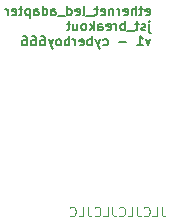
<source format=gbr>
%TF.GenerationSoftware,KiCad,Pcbnew,7.0.9*%
%TF.CreationDate,2024-01-22T18:22:55+13:00*%
%TF.ProjectId,jst_breakout,6a73745f-6272-4656-916b-6f75742e6b69,rev?*%
%TF.SameCoordinates,Original*%
%TF.FileFunction,Legend,Bot*%
%TF.FilePolarity,Positive*%
%FSLAX46Y46*%
G04 Gerber Fmt 4.6, Leading zero omitted, Abs format (unit mm)*
G04 Created by KiCad (PCBNEW 7.0.9) date 2024-01-22 18:22:55*
%MOMM*%
%LPD*%
G01*
G04 APERTURE LIST*
%ADD10C,0.150000*%
%ADD11C,0.040000*%
G04 APERTURE END LIST*
D10*
X82906077Y-38280200D02*
X82982268Y-38318295D01*
X82982268Y-38318295D02*
X83134649Y-38318295D01*
X83134649Y-38318295D02*
X83210839Y-38280200D01*
X83210839Y-38280200D02*
X83248935Y-38204009D01*
X83248935Y-38204009D02*
X83248935Y-37899247D01*
X83248935Y-37899247D02*
X83210839Y-37823057D01*
X83210839Y-37823057D02*
X83134649Y-37784961D01*
X83134649Y-37784961D02*
X82982268Y-37784961D01*
X82982268Y-37784961D02*
X82906077Y-37823057D01*
X82906077Y-37823057D02*
X82867982Y-37899247D01*
X82867982Y-37899247D02*
X82867982Y-37975438D01*
X82867982Y-37975438D02*
X83248935Y-38051628D01*
X82639411Y-37784961D02*
X82334649Y-37784961D01*
X82525125Y-37518295D02*
X82525125Y-38204009D01*
X82525125Y-38204009D02*
X82487030Y-38280200D01*
X82487030Y-38280200D02*
X82410840Y-38318295D01*
X82410840Y-38318295D02*
X82334649Y-38318295D01*
X82067982Y-38318295D02*
X82067982Y-37518295D01*
X81725125Y-38318295D02*
X81725125Y-37899247D01*
X81725125Y-37899247D02*
X81763220Y-37823057D01*
X81763220Y-37823057D02*
X81839411Y-37784961D01*
X81839411Y-37784961D02*
X81953697Y-37784961D01*
X81953697Y-37784961D02*
X82029887Y-37823057D01*
X82029887Y-37823057D02*
X82067982Y-37861152D01*
X81039410Y-38280200D02*
X81115601Y-38318295D01*
X81115601Y-38318295D02*
X81267982Y-38318295D01*
X81267982Y-38318295D02*
X81344172Y-38280200D01*
X81344172Y-38280200D02*
X81382268Y-38204009D01*
X81382268Y-38204009D02*
X81382268Y-37899247D01*
X81382268Y-37899247D02*
X81344172Y-37823057D01*
X81344172Y-37823057D02*
X81267982Y-37784961D01*
X81267982Y-37784961D02*
X81115601Y-37784961D01*
X81115601Y-37784961D02*
X81039410Y-37823057D01*
X81039410Y-37823057D02*
X81001315Y-37899247D01*
X81001315Y-37899247D02*
X81001315Y-37975438D01*
X81001315Y-37975438D02*
X81382268Y-38051628D01*
X80658458Y-38318295D02*
X80658458Y-37784961D01*
X80658458Y-37937342D02*
X80620363Y-37861152D01*
X80620363Y-37861152D02*
X80582268Y-37823057D01*
X80582268Y-37823057D02*
X80506077Y-37784961D01*
X80506077Y-37784961D02*
X80429887Y-37784961D01*
X80163220Y-37784961D02*
X80163220Y-38318295D01*
X80163220Y-37861152D02*
X80125125Y-37823057D01*
X80125125Y-37823057D02*
X80048935Y-37784961D01*
X80048935Y-37784961D02*
X79934649Y-37784961D01*
X79934649Y-37784961D02*
X79858458Y-37823057D01*
X79858458Y-37823057D02*
X79820363Y-37899247D01*
X79820363Y-37899247D02*
X79820363Y-38318295D01*
X79134648Y-38280200D02*
X79210839Y-38318295D01*
X79210839Y-38318295D02*
X79363220Y-38318295D01*
X79363220Y-38318295D02*
X79439410Y-38280200D01*
X79439410Y-38280200D02*
X79477506Y-38204009D01*
X79477506Y-38204009D02*
X79477506Y-37899247D01*
X79477506Y-37899247D02*
X79439410Y-37823057D01*
X79439410Y-37823057D02*
X79363220Y-37784961D01*
X79363220Y-37784961D02*
X79210839Y-37784961D01*
X79210839Y-37784961D02*
X79134648Y-37823057D01*
X79134648Y-37823057D02*
X79096553Y-37899247D01*
X79096553Y-37899247D02*
X79096553Y-37975438D01*
X79096553Y-37975438D02*
X79477506Y-38051628D01*
X78867982Y-37784961D02*
X78563220Y-37784961D01*
X78753696Y-37518295D02*
X78753696Y-38204009D01*
X78753696Y-38204009D02*
X78715601Y-38280200D01*
X78715601Y-38280200D02*
X78639411Y-38318295D01*
X78639411Y-38318295D02*
X78563220Y-38318295D01*
X78487030Y-38394485D02*
X77877506Y-38394485D01*
X77572744Y-38318295D02*
X77648934Y-38280200D01*
X77648934Y-38280200D02*
X77687029Y-38204009D01*
X77687029Y-38204009D02*
X77687029Y-37518295D01*
X76963219Y-38280200D02*
X77039410Y-38318295D01*
X77039410Y-38318295D02*
X77191791Y-38318295D01*
X77191791Y-38318295D02*
X77267981Y-38280200D01*
X77267981Y-38280200D02*
X77306077Y-38204009D01*
X77306077Y-38204009D02*
X77306077Y-37899247D01*
X77306077Y-37899247D02*
X77267981Y-37823057D01*
X77267981Y-37823057D02*
X77191791Y-37784961D01*
X77191791Y-37784961D02*
X77039410Y-37784961D01*
X77039410Y-37784961D02*
X76963219Y-37823057D01*
X76963219Y-37823057D02*
X76925124Y-37899247D01*
X76925124Y-37899247D02*
X76925124Y-37975438D01*
X76925124Y-37975438D02*
X77306077Y-38051628D01*
X76239410Y-38318295D02*
X76239410Y-37518295D01*
X76239410Y-38280200D02*
X76315601Y-38318295D01*
X76315601Y-38318295D02*
X76467982Y-38318295D01*
X76467982Y-38318295D02*
X76544172Y-38280200D01*
X76544172Y-38280200D02*
X76582267Y-38242104D01*
X76582267Y-38242104D02*
X76620363Y-38165914D01*
X76620363Y-38165914D02*
X76620363Y-37937342D01*
X76620363Y-37937342D02*
X76582267Y-37861152D01*
X76582267Y-37861152D02*
X76544172Y-37823057D01*
X76544172Y-37823057D02*
X76467982Y-37784961D01*
X76467982Y-37784961D02*
X76315601Y-37784961D01*
X76315601Y-37784961D02*
X76239410Y-37823057D01*
X76048934Y-38394485D02*
X75439410Y-38394485D01*
X74906076Y-38318295D02*
X74906076Y-37899247D01*
X74906076Y-37899247D02*
X74944171Y-37823057D01*
X74944171Y-37823057D02*
X75020362Y-37784961D01*
X75020362Y-37784961D02*
X75172743Y-37784961D01*
X75172743Y-37784961D02*
X75248933Y-37823057D01*
X74906076Y-38280200D02*
X74982267Y-38318295D01*
X74982267Y-38318295D02*
X75172743Y-38318295D01*
X75172743Y-38318295D02*
X75248933Y-38280200D01*
X75248933Y-38280200D02*
X75287029Y-38204009D01*
X75287029Y-38204009D02*
X75287029Y-38127819D01*
X75287029Y-38127819D02*
X75248933Y-38051628D01*
X75248933Y-38051628D02*
X75172743Y-38013533D01*
X75172743Y-38013533D02*
X74982267Y-38013533D01*
X74982267Y-38013533D02*
X74906076Y-37975438D01*
X74182266Y-38318295D02*
X74182266Y-37518295D01*
X74182266Y-38280200D02*
X74258457Y-38318295D01*
X74258457Y-38318295D02*
X74410838Y-38318295D01*
X74410838Y-38318295D02*
X74487028Y-38280200D01*
X74487028Y-38280200D02*
X74525123Y-38242104D01*
X74525123Y-38242104D02*
X74563219Y-38165914D01*
X74563219Y-38165914D02*
X74563219Y-37937342D01*
X74563219Y-37937342D02*
X74525123Y-37861152D01*
X74525123Y-37861152D02*
X74487028Y-37823057D01*
X74487028Y-37823057D02*
X74410838Y-37784961D01*
X74410838Y-37784961D02*
X74258457Y-37784961D01*
X74258457Y-37784961D02*
X74182266Y-37823057D01*
X73458456Y-38318295D02*
X73458456Y-37899247D01*
X73458456Y-37899247D02*
X73496551Y-37823057D01*
X73496551Y-37823057D02*
X73572742Y-37784961D01*
X73572742Y-37784961D02*
X73725123Y-37784961D01*
X73725123Y-37784961D02*
X73801313Y-37823057D01*
X73458456Y-38280200D02*
X73534647Y-38318295D01*
X73534647Y-38318295D02*
X73725123Y-38318295D01*
X73725123Y-38318295D02*
X73801313Y-38280200D01*
X73801313Y-38280200D02*
X73839409Y-38204009D01*
X73839409Y-38204009D02*
X73839409Y-38127819D01*
X73839409Y-38127819D02*
X73801313Y-38051628D01*
X73801313Y-38051628D02*
X73725123Y-38013533D01*
X73725123Y-38013533D02*
X73534647Y-38013533D01*
X73534647Y-38013533D02*
X73458456Y-37975438D01*
X73077503Y-37784961D02*
X73077503Y-38584961D01*
X73077503Y-37823057D02*
X73001313Y-37784961D01*
X73001313Y-37784961D02*
X72848932Y-37784961D01*
X72848932Y-37784961D02*
X72772741Y-37823057D01*
X72772741Y-37823057D02*
X72734646Y-37861152D01*
X72734646Y-37861152D02*
X72696551Y-37937342D01*
X72696551Y-37937342D02*
X72696551Y-38165914D01*
X72696551Y-38165914D02*
X72734646Y-38242104D01*
X72734646Y-38242104D02*
X72772741Y-38280200D01*
X72772741Y-38280200D02*
X72848932Y-38318295D01*
X72848932Y-38318295D02*
X73001313Y-38318295D01*
X73001313Y-38318295D02*
X73077503Y-38280200D01*
X72467979Y-37784961D02*
X72163217Y-37784961D01*
X72353693Y-37518295D02*
X72353693Y-38204009D01*
X72353693Y-38204009D02*
X72315598Y-38280200D01*
X72315598Y-38280200D02*
X72239408Y-38318295D01*
X72239408Y-38318295D02*
X72163217Y-38318295D01*
X71591788Y-38280200D02*
X71667979Y-38318295D01*
X71667979Y-38318295D02*
X71820360Y-38318295D01*
X71820360Y-38318295D02*
X71896550Y-38280200D01*
X71896550Y-38280200D02*
X71934646Y-38204009D01*
X71934646Y-38204009D02*
X71934646Y-37899247D01*
X71934646Y-37899247D02*
X71896550Y-37823057D01*
X71896550Y-37823057D02*
X71820360Y-37784961D01*
X71820360Y-37784961D02*
X71667979Y-37784961D01*
X71667979Y-37784961D02*
X71591788Y-37823057D01*
X71591788Y-37823057D02*
X71553693Y-37899247D01*
X71553693Y-37899247D02*
X71553693Y-37975438D01*
X71553693Y-37975438D02*
X71934646Y-38051628D01*
X71210836Y-38318295D02*
X71210836Y-37784961D01*
X71210836Y-37937342D02*
X71172741Y-37861152D01*
X71172741Y-37861152D02*
X71134646Y-37823057D01*
X71134646Y-37823057D02*
X71058455Y-37784961D01*
X71058455Y-37784961D02*
X70982265Y-37784961D01*
X83210839Y-39072961D02*
X83210839Y-39758676D01*
X83210839Y-39758676D02*
X83248935Y-39834866D01*
X83248935Y-39834866D02*
X83325125Y-39872961D01*
X83325125Y-39872961D02*
X83363220Y-39872961D01*
X83210839Y-38806295D02*
X83248935Y-38844390D01*
X83248935Y-38844390D02*
X83210839Y-38882485D01*
X83210839Y-38882485D02*
X83172744Y-38844390D01*
X83172744Y-38844390D02*
X83210839Y-38806295D01*
X83210839Y-38806295D02*
X83210839Y-38882485D01*
X82867983Y-39568200D02*
X82791792Y-39606295D01*
X82791792Y-39606295D02*
X82639411Y-39606295D01*
X82639411Y-39606295D02*
X82563221Y-39568200D01*
X82563221Y-39568200D02*
X82525125Y-39492009D01*
X82525125Y-39492009D02*
X82525125Y-39453914D01*
X82525125Y-39453914D02*
X82563221Y-39377723D01*
X82563221Y-39377723D02*
X82639411Y-39339628D01*
X82639411Y-39339628D02*
X82753697Y-39339628D01*
X82753697Y-39339628D02*
X82829887Y-39301533D01*
X82829887Y-39301533D02*
X82867983Y-39225342D01*
X82867983Y-39225342D02*
X82867983Y-39187247D01*
X82867983Y-39187247D02*
X82829887Y-39111057D01*
X82829887Y-39111057D02*
X82753697Y-39072961D01*
X82753697Y-39072961D02*
X82639411Y-39072961D01*
X82639411Y-39072961D02*
X82563221Y-39111057D01*
X82296554Y-39072961D02*
X81991792Y-39072961D01*
X82182268Y-38806295D02*
X82182268Y-39492009D01*
X82182268Y-39492009D02*
X82144173Y-39568200D01*
X82144173Y-39568200D02*
X82067983Y-39606295D01*
X82067983Y-39606295D02*
X81991792Y-39606295D01*
X81915602Y-39682485D02*
X81306078Y-39682485D01*
X81115601Y-39606295D02*
X81115601Y-38806295D01*
X81115601Y-39111057D02*
X81039411Y-39072961D01*
X81039411Y-39072961D02*
X80887030Y-39072961D01*
X80887030Y-39072961D02*
X80810839Y-39111057D01*
X80810839Y-39111057D02*
X80772744Y-39149152D01*
X80772744Y-39149152D02*
X80734649Y-39225342D01*
X80734649Y-39225342D02*
X80734649Y-39453914D01*
X80734649Y-39453914D02*
X80772744Y-39530104D01*
X80772744Y-39530104D02*
X80810839Y-39568200D01*
X80810839Y-39568200D02*
X80887030Y-39606295D01*
X80887030Y-39606295D02*
X81039411Y-39606295D01*
X81039411Y-39606295D02*
X81115601Y-39568200D01*
X80391791Y-39606295D02*
X80391791Y-39072961D01*
X80391791Y-39225342D02*
X80353696Y-39149152D01*
X80353696Y-39149152D02*
X80315601Y-39111057D01*
X80315601Y-39111057D02*
X80239410Y-39072961D01*
X80239410Y-39072961D02*
X80163220Y-39072961D01*
X79591791Y-39568200D02*
X79667982Y-39606295D01*
X79667982Y-39606295D02*
X79820363Y-39606295D01*
X79820363Y-39606295D02*
X79896553Y-39568200D01*
X79896553Y-39568200D02*
X79934649Y-39492009D01*
X79934649Y-39492009D02*
X79934649Y-39187247D01*
X79934649Y-39187247D02*
X79896553Y-39111057D01*
X79896553Y-39111057D02*
X79820363Y-39072961D01*
X79820363Y-39072961D02*
X79667982Y-39072961D01*
X79667982Y-39072961D02*
X79591791Y-39111057D01*
X79591791Y-39111057D02*
X79553696Y-39187247D01*
X79553696Y-39187247D02*
X79553696Y-39263438D01*
X79553696Y-39263438D02*
X79934649Y-39339628D01*
X78867982Y-39606295D02*
X78867982Y-39187247D01*
X78867982Y-39187247D02*
X78906077Y-39111057D01*
X78906077Y-39111057D02*
X78982268Y-39072961D01*
X78982268Y-39072961D02*
X79134649Y-39072961D01*
X79134649Y-39072961D02*
X79210839Y-39111057D01*
X78867982Y-39568200D02*
X78944173Y-39606295D01*
X78944173Y-39606295D02*
X79134649Y-39606295D01*
X79134649Y-39606295D02*
X79210839Y-39568200D01*
X79210839Y-39568200D02*
X79248935Y-39492009D01*
X79248935Y-39492009D02*
X79248935Y-39415819D01*
X79248935Y-39415819D02*
X79210839Y-39339628D01*
X79210839Y-39339628D02*
X79134649Y-39301533D01*
X79134649Y-39301533D02*
X78944173Y-39301533D01*
X78944173Y-39301533D02*
X78867982Y-39263438D01*
X78487029Y-39606295D02*
X78487029Y-38806295D01*
X78410839Y-39301533D02*
X78182267Y-39606295D01*
X78182267Y-39072961D02*
X78487029Y-39377723D01*
X77725125Y-39606295D02*
X77801315Y-39568200D01*
X77801315Y-39568200D02*
X77839410Y-39530104D01*
X77839410Y-39530104D02*
X77877506Y-39453914D01*
X77877506Y-39453914D02*
X77877506Y-39225342D01*
X77877506Y-39225342D02*
X77839410Y-39149152D01*
X77839410Y-39149152D02*
X77801315Y-39111057D01*
X77801315Y-39111057D02*
X77725125Y-39072961D01*
X77725125Y-39072961D02*
X77610839Y-39072961D01*
X77610839Y-39072961D02*
X77534648Y-39111057D01*
X77534648Y-39111057D02*
X77496553Y-39149152D01*
X77496553Y-39149152D02*
X77458458Y-39225342D01*
X77458458Y-39225342D02*
X77458458Y-39453914D01*
X77458458Y-39453914D02*
X77496553Y-39530104D01*
X77496553Y-39530104D02*
X77534648Y-39568200D01*
X77534648Y-39568200D02*
X77610839Y-39606295D01*
X77610839Y-39606295D02*
X77725125Y-39606295D01*
X76772743Y-39072961D02*
X76772743Y-39606295D01*
X77115600Y-39072961D02*
X77115600Y-39492009D01*
X77115600Y-39492009D02*
X77077505Y-39568200D01*
X77077505Y-39568200D02*
X77001315Y-39606295D01*
X77001315Y-39606295D02*
X76887029Y-39606295D01*
X76887029Y-39606295D02*
X76810838Y-39568200D01*
X76810838Y-39568200D02*
X76772743Y-39530104D01*
X76506076Y-39072961D02*
X76201314Y-39072961D01*
X76391790Y-38806295D02*
X76391790Y-39492009D01*
X76391790Y-39492009D02*
X76353695Y-39568200D01*
X76353695Y-39568200D02*
X76277505Y-39606295D01*
X76277505Y-39606295D02*
X76201314Y-39606295D01*
X83287030Y-40360961D02*
X83096554Y-40894295D01*
X83096554Y-40894295D02*
X82906077Y-40360961D01*
X82182268Y-40894295D02*
X82639411Y-40894295D01*
X82410839Y-40894295D02*
X82410839Y-40094295D01*
X82410839Y-40094295D02*
X82487030Y-40208580D01*
X82487030Y-40208580D02*
X82563220Y-40284771D01*
X82563220Y-40284771D02*
X82639411Y-40322866D01*
X81229886Y-40589533D02*
X80620363Y-40589533D01*
X79287029Y-40856200D02*
X79363220Y-40894295D01*
X79363220Y-40894295D02*
X79515601Y-40894295D01*
X79515601Y-40894295D02*
X79591791Y-40856200D01*
X79591791Y-40856200D02*
X79629886Y-40818104D01*
X79629886Y-40818104D02*
X79667982Y-40741914D01*
X79667982Y-40741914D02*
X79667982Y-40513342D01*
X79667982Y-40513342D02*
X79629886Y-40437152D01*
X79629886Y-40437152D02*
X79591791Y-40399057D01*
X79591791Y-40399057D02*
X79515601Y-40360961D01*
X79515601Y-40360961D02*
X79363220Y-40360961D01*
X79363220Y-40360961D02*
X79287029Y-40399057D01*
X79020363Y-40360961D02*
X78829887Y-40894295D01*
X78639410Y-40360961D02*
X78829887Y-40894295D01*
X78829887Y-40894295D02*
X78906077Y-41084771D01*
X78906077Y-41084771D02*
X78944172Y-41122866D01*
X78944172Y-41122866D02*
X79020363Y-41160961D01*
X78334648Y-40894295D02*
X78334648Y-40094295D01*
X78334648Y-40399057D02*
X78258458Y-40360961D01*
X78258458Y-40360961D02*
X78106077Y-40360961D01*
X78106077Y-40360961D02*
X78029886Y-40399057D01*
X78029886Y-40399057D02*
X77991791Y-40437152D01*
X77991791Y-40437152D02*
X77953696Y-40513342D01*
X77953696Y-40513342D02*
X77953696Y-40741914D01*
X77953696Y-40741914D02*
X77991791Y-40818104D01*
X77991791Y-40818104D02*
X78029886Y-40856200D01*
X78029886Y-40856200D02*
X78106077Y-40894295D01*
X78106077Y-40894295D02*
X78258458Y-40894295D01*
X78258458Y-40894295D02*
X78334648Y-40856200D01*
X77306076Y-40856200D02*
X77382267Y-40894295D01*
X77382267Y-40894295D02*
X77534648Y-40894295D01*
X77534648Y-40894295D02*
X77610838Y-40856200D01*
X77610838Y-40856200D02*
X77648934Y-40780009D01*
X77648934Y-40780009D02*
X77648934Y-40475247D01*
X77648934Y-40475247D02*
X77610838Y-40399057D01*
X77610838Y-40399057D02*
X77534648Y-40360961D01*
X77534648Y-40360961D02*
X77382267Y-40360961D01*
X77382267Y-40360961D02*
X77306076Y-40399057D01*
X77306076Y-40399057D02*
X77267981Y-40475247D01*
X77267981Y-40475247D02*
X77267981Y-40551438D01*
X77267981Y-40551438D02*
X77648934Y-40627628D01*
X76925124Y-40894295D02*
X76925124Y-40360961D01*
X76925124Y-40513342D02*
X76887029Y-40437152D01*
X76887029Y-40437152D02*
X76848934Y-40399057D01*
X76848934Y-40399057D02*
X76772743Y-40360961D01*
X76772743Y-40360961D02*
X76696553Y-40360961D01*
X76429886Y-40894295D02*
X76429886Y-40094295D01*
X76429886Y-40399057D02*
X76353696Y-40360961D01*
X76353696Y-40360961D02*
X76201315Y-40360961D01*
X76201315Y-40360961D02*
X76125124Y-40399057D01*
X76125124Y-40399057D02*
X76087029Y-40437152D01*
X76087029Y-40437152D02*
X76048934Y-40513342D01*
X76048934Y-40513342D02*
X76048934Y-40741914D01*
X76048934Y-40741914D02*
X76087029Y-40818104D01*
X76087029Y-40818104D02*
X76125124Y-40856200D01*
X76125124Y-40856200D02*
X76201315Y-40894295D01*
X76201315Y-40894295D02*
X76353696Y-40894295D01*
X76353696Y-40894295D02*
X76429886Y-40856200D01*
X75591791Y-40894295D02*
X75667981Y-40856200D01*
X75667981Y-40856200D02*
X75706076Y-40818104D01*
X75706076Y-40818104D02*
X75744172Y-40741914D01*
X75744172Y-40741914D02*
X75744172Y-40513342D01*
X75744172Y-40513342D02*
X75706076Y-40437152D01*
X75706076Y-40437152D02*
X75667981Y-40399057D01*
X75667981Y-40399057D02*
X75591791Y-40360961D01*
X75591791Y-40360961D02*
X75477505Y-40360961D01*
X75477505Y-40360961D02*
X75401314Y-40399057D01*
X75401314Y-40399057D02*
X75363219Y-40437152D01*
X75363219Y-40437152D02*
X75325124Y-40513342D01*
X75325124Y-40513342D02*
X75325124Y-40741914D01*
X75325124Y-40741914D02*
X75363219Y-40818104D01*
X75363219Y-40818104D02*
X75401314Y-40856200D01*
X75401314Y-40856200D02*
X75477505Y-40894295D01*
X75477505Y-40894295D02*
X75591791Y-40894295D01*
X75058457Y-40360961D02*
X74867981Y-40894295D01*
X74677504Y-40360961D02*
X74867981Y-40894295D01*
X74867981Y-40894295D02*
X74944171Y-41084771D01*
X74944171Y-41084771D02*
X74982266Y-41122866D01*
X74982266Y-41122866D02*
X75058457Y-41160961D01*
X74029885Y-40094295D02*
X74182266Y-40094295D01*
X74182266Y-40094295D02*
X74258457Y-40132390D01*
X74258457Y-40132390D02*
X74296552Y-40170485D01*
X74296552Y-40170485D02*
X74372742Y-40284771D01*
X74372742Y-40284771D02*
X74410838Y-40437152D01*
X74410838Y-40437152D02*
X74410838Y-40741914D01*
X74410838Y-40741914D02*
X74372742Y-40818104D01*
X74372742Y-40818104D02*
X74334647Y-40856200D01*
X74334647Y-40856200D02*
X74258457Y-40894295D01*
X74258457Y-40894295D02*
X74106076Y-40894295D01*
X74106076Y-40894295D02*
X74029885Y-40856200D01*
X74029885Y-40856200D02*
X73991790Y-40818104D01*
X73991790Y-40818104D02*
X73953695Y-40741914D01*
X73953695Y-40741914D02*
X73953695Y-40551438D01*
X73953695Y-40551438D02*
X73991790Y-40475247D01*
X73991790Y-40475247D02*
X74029885Y-40437152D01*
X74029885Y-40437152D02*
X74106076Y-40399057D01*
X74106076Y-40399057D02*
X74258457Y-40399057D01*
X74258457Y-40399057D02*
X74334647Y-40437152D01*
X74334647Y-40437152D02*
X74372742Y-40475247D01*
X74372742Y-40475247D02*
X74410838Y-40551438D01*
X73267980Y-40094295D02*
X73420361Y-40094295D01*
X73420361Y-40094295D02*
X73496552Y-40132390D01*
X73496552Y-40132390D02*
X73534647Y-40170485D01*
X73534647Y-40170485D02*
X73610837Y-40284771D01*
X73610837Y-40284771D02*
X73648933Y-40437152D01*
X73648933Y-40437152D02*
X73648933Y-40741914D01*
X73648933Y-40741914D02*
X73610837Y-40818104D01*
X73610837Y-40818104D02*
X73572742Y-40856200D01*
X73572742Y-40856200D02*
X73496552Y-40894295D01*
X73496552Y-40894295D02*
X73344171Y-40894295D01*
X73344171Y-40894295D02*
X73267980Y-40856200D01*
X73267980Y-40856200D02*
X73229885Y-40818104D01*
X73229885Y-40818104D02*
X73191790Y-40741914D01*
X73191790Y-40741914D02*
X73191790Y-40551438D01*
X73191790Y-40551438D02*
X73229885Y-40475247D01*
X73229885Y-40475247D02*
X73267980Y-40437152D01*
X73267980Y-40437152D02*
X73344171Y-40399057D01*
X73344171Y-40399057D02*
X73496552Y-40399057D01*
X73496552Y-40399057D02*
X73572742Y-40437152D01*
X73572742Y-40437152D02*
X73610837Y-40475247D01*
X73610837Y-40475247D02*
X73648933Y-40551438D01*
X72506075Y-40094295D02*
X72658456Y-40094295D01*
X72658456Y-40094295D02*
X72734647Y-40132390D01*
X72734647Y-40132390D02*
X72772742Y-40170485D01*
X72772742Y-40170485D02*
X72848932Y-40284771D01*
X72848932Y-40284771D02*
X72887028Y-40437152D01*
X72887028Y-40437152D02*
X72887028Y-40741914D01*
X72887028Y-40741914D02*
X72848932Y-40818104D01*
X72848932Y-40818104D02*
X72810837Y-40856200D01*
X72810837Y-40856200D02*
X72734647Y-40894295D01*
X72734647Y-40894295D02*
X72582266Y-40894295D01*
X72582266Y-40894295D02*
X72506075Y-40856200D01*
X72506075Y-40856200D02*
X72467980Y-40818104D01*
X72467980Y-40818104D02*
X72429885Y-40741914D01*
X72429885Y-40741914D02*
X72429885Y-40551438D01*
X72429885Y-40551438D02*
X72467980Y-40475247D01*
X72467980Y-40475247D02*
X72506075Y-40437152D01*
X72506075Y-40437152D02*
X72582266Y-40399057D01*
X72582266Y-40399057D02*
X72734647Y-40399057D01*
X72734647Y-40399057D02*
X72810837Y-40437152D01*
X72810837Y-40437152D02*
X72848932Y-40475247D01*
X72848932Y-40475247D02*
X72887028Y-40551438D01*
D11*
X84241428Y-54562641D02*
X84241428Y-55141212D01*
X84241428Y-55141212D02*
X84279999Y-55256927D01*
X84279999Y-55256927D02*
X84357142Y-55334070D01*
X84357142Y-55334070D02*
X84472856Y-55372641D01*
X84472856Y-55372641D02*
X84549999Y-55372641D01*
X83469999Y-55372641D02*
X83855713Y-55372641D01*
X83855713Y-55372641D02*
X83855713Y-54562641D01*
X82737142Y-55295498D02*
X82775714Y-55334070D01*
X82775714Y-55334070D02*
X82891428Y-55372641D01*
X82891428Y-55372641D02*
X82968571Y-55372641D01*
X82968571Y-55372641D02*
X83084285Y-55334070D01*
X83084285Y-55334070D02*
X83161428Y-55256927D01*
X83161428Y-55256927D02*
X83199999Y-55179784D01*
X83199999Y-55179784D02*
X83238571Y-55025498D01*
X83238571Y-55025498D02*
X83238571Y-54909784D01*
X83238571Y-54909784D02*
X83199999Y-54755498D01*
X83199999Y-54755498D02*
X83161428Y-54678355D01*
X83161428Y-54678355D02*
X83084285Y-54601212D01*
X83084285Y-54601212D02*
X82968571Y-54562641D01*
X82968571Y-54562641D02*
X82891428Y-54562641D01*
X82891428Y-54562641D02*
X82775714Y-54601212D01*
X82775714Y-54601212D02*
X82737142Y-54639784D01*
X82158571Y-54562641D02*
X82158571Y-55141212D01*
X82158571Y-55141212D02*
X82197142Y-55256927D01*
X82197142Y-55256927D02*
X82274285Y-55334070D01*
X82274285Y-55334070D02*
X82389999Y-55372641D01*
X82389999Y-55372641D02*
X82467142Y-55372641D01*
X81387142Y-55372641D02*
X81772856Y-55372641D01*
X81772856Y-55372641D02*
X81772856Y-54562641D01*
X80654285Y-55295498D02*
X80692857Y-55334070D01*
X80692857Y-55334070D02*
X80808571Y-55372641D01*
X80808571Y-55372641D02*
X80885714Y-55372641D01*
X80885714Y-55372641D02*
X81001428Y-55334070D01*
X81001428Y-55334070D02*
X81078571Y-55256927D01*
X81078571Y-55256927D02*
X81117142Y-55179784D01*
X81117142Y-55179784D02*
X81155714Y-55025498D01*
X81155714Y-55025498D02*
X81155714Y-54909784D01*
X81155714Y-54909784D02*
X81117142Y-54755498D01*
X81117142Y-54755498D02*
X81078571Y-54678355D01*
X81078571Y-54678355D02*
X81001428Y-54601212D01*
X81001428Y-54601212D02*
X80885714Y-54562641D01*
X80885714Y-54562641D02*
X80808571Y-54562641D01*
X80808571Y-54562641D02*
X80692857Y-54601212D01*
X80692857Y-54601212D02*
X80654285Y-54639784D01*
X80075714Y-54562641D02*
X80075714Y-55141212D01*
X80075714Y-55141212D02*
X80114285Y-55256927D01*
X80114285Y-55256927D02*
X80191428Y-55334070D01*
X80191428Y-55334070D02*
X80307142Y-55372641D01*
X80307142Y-55372641D02*
X80384285Y-55372641D01*
X79304285Y-55372641D02*
X79689999Y-55372641D01*
X79689999Y-55372641D02*
X79689999Y-54562641D01*
X78571428Y-55295498D02*
X78610000Y-55334070D01*
X78610000Y-55334070D02*
X78725714Y-55372641D01*
X78725714Y-55372641D02*
X78802857Y-55372641D01*
X78802857Y-55372641D02*
X78918571Y-55334070D01*
X78918571Y-55334070D02*
X78995714Y-55256927D01*
X78995714Y-55256927D02*
X79034285Y-55179784D01*
X79034285Y-55179784D02*
X79072857Y-55025498D01*
X79072857Y-55025498D02*
X79072857Y-54909784D01*
X79072857Y-54909784D02*
X79034285Y-54755498D01*
X79034285Y-54755498D02*
X78995714Y-54678355D01*
X78995714Y-54678355D02*
X78918571Y-54601212D01*
X78918571Y-54601212D02*
X78802857Y-54562641D01*
X78802857Y-54562641D02*
X78725714Y-54562641D01*
X78725714Y-54562641D02*
X78610000Y-54601212D01*
X78610000Y-54601212D02*
X78571428Y-54639784D01*
X77992857Y-54562641D02*
X77992857Y-55141212D01*
X77992857Y-55141212D02*
X78031428Y-55256927D01*
X78031428Y-55256927D02*
X78108571Y-55334070D01*
X78108571Y-55334070D02*
X78224285Y-55372641D01*
X78224285Y-55372641D02*
X78301428Y-55372641D01*
X77221428Y-55372641D02*
X77607142Y-55372641D01*
X77607142Y-55372641D02*
X77607142Y-54562641D01*
X76488571Y-55295498D02*
X76527143Y-55334070D01*
X76527143Y-55334070D02*
X76642857Y-55372641D01*
X76642857Y-55372641D02*
X76720000Y-55372641D01*
X76720000Y-55372641D02*
X76835714Y-55334070D01*
X76835714Y-55334070D02*
X76912857Y-55256927D01*
X76912857Y-55256927D02*
X76951428Y-55179784D01*
X76951428Y-55179784D02*
X76990000Y-55025498D01*
X76990000Y-55025498D02*
X76990000Y-54909784D01*
X76990000Y-54909784D02*
X76951428Y-54755498D01*
X76951428Y-54755498D02*
X76912857Y-54678355D01*
X76912857Y-54678355D02*
X76835714Y-54601212D01*
X76835714Y-54601212D02*
X76720000Y-54562641D01*
X76720000Y-54562641D02*
X76642857Y-54562641D01*
X76642857Y-54562641D02*
X76527143Y-54601212D01*
X76527143Y-54601212D02*
X76488571Y-54639784D01*
M02*

</source>
